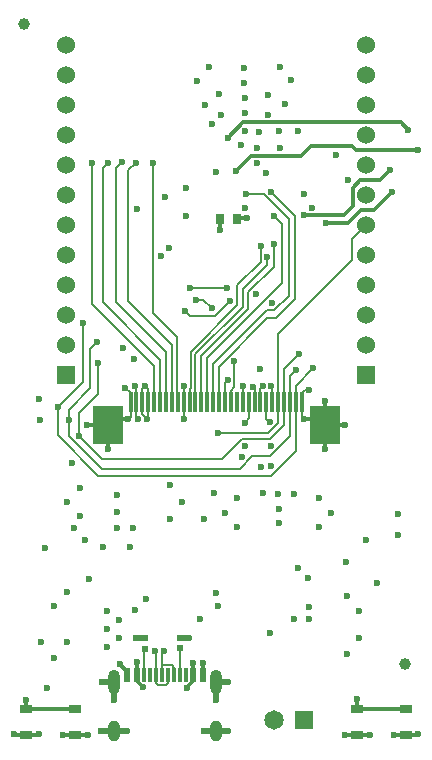
<source format=gbr>
%TF.GenerationSoftware,KiCad,Pcbnew,9.0.0*%
%TF.CreationDate,2025-04-24T13:45:02+03:00*%
%TF.ProjectId,ESP32_BOARD,45535033-325f-4424-9f41-52442e6b6963,1.0*%
%TF.SameCoordinates,Original*%
%TF.FileFunction,Copper,L4,Bot*%
%TF.FilePolarity,Positive*%
%FSLAX46Y46*%
G04 Gerber Fmt 4.6, Leading zero omitted, Abs format (unit mm)*
G04 Created by KiCad (PCBNEW 9.0.0) date 2025-04-24 13:45:02*
%MOMM*%
%LPD*%
G01*
G04 APERTURE LIST*
%TA.AperFunction,ComponentPad*%
%ADD10R,1.524000X1.524000*%
%TD*%
%TA.AperFunction,ComponentPad*%
%ADD11C,1.524000*%
%TD*%
%TA.AperFunction,SMDPad,CuDef*%
%ADD12C,1.000000*%
%TD*%
%TA.AperFunction,SMDPad,CuDef*%
%ADD13R,0.300000X1.800000*%
%TD*%
%TA.AperFunction,SMDPad,CuDef*%
%ADD14R,2.500000X3.200000*%
%TD*%
%TA.AperFunction,SMDPad,CuDef*%
%ADD15R,1.050000X0.650000*%
%TD*%
%TA.AperFunction,SMDPad,CuDef*%
%ADD16R,0.800000X0.900000*%
%TD*%
%TA.AperFunction,SMDPad,CuDef*%
%ADD17R,0.600000X0.560000*%
%TD*%
%TA.AperFunction,SMDPad,CuDef*%
%ADD18R,0.600000X1.150000*%
%TD*%
%TA.AperFunction,SMDPad,CuDef*%
%ADD19R,0.300000X1.150000*%
%TD*%
%TA.AperFunction,ComponentPad*%
%ADD20O,1.000000X2.100000*%
%TD*%
%TA.AperFunction,ComponentPad*%
%ADD21O,1.000000X1.800000*%
%TD*%
%TA.AperFunction,ComponentPad*%
%ADD22R,1.650000X1.650000*%
%TD*%
%TA.AperFunction,ComponentPad*%
%ADD23C,1.650000*%
%TD*%
%TA.AperFunction,ViaPad*%
%ADD24C,0.600000*%
%TD*%
%TA.AperFunction,Conductor*%
%ADD25C,0.300000*%
%TD*%
%TA.AperFunction,Conductor*%
%ADD26C,0.200000*%
%TD*%
%TA.AperFunction,Conductor*%
%ADD27C,0.500000*%
%TD*%
G04 APERTURE END LIST*
D10*
%TO.P,ST4,1,Pin_1*%
%TO.N,+3V3*%
X82719900Y-122610000D03*
D11*
%TO.P,ST4,2,Pin_2*%
%TO.N,GND*%
X82719900Y-120070000D03*
%TO.P,ST4,3,Pin_3*%
%TO.N,unconnected-(ST4-Pin_3-Pad3)*%
X82719900Y-117530000D03*
%TO.P,ST4,4,Pin_4*%
%TO.N,unconnected-(ST4-Pin_4-Pad4)*%
X82719900Y-114990000D03*
%TO.P,ST4,5,Pin_5*%
%TO.N,GPIO13*%
X82719900Y-112450000D03*
%TO.P,ST4,6,Pin_6*%
%TO.N,GPIO12*%
X82719900Y-109910000D03*
%TO.P,ST4,7,Pin_7*%
%TO.N,GPIO11*%
X82719900Y-107370000D03*
%TO.P,ST4,8,Pin_8*%
%TO.N,GPIO10*%
X82719900Y-104830000D03*
%TO.P,ST4,9,Pin_9*%
%TO.N,GPIO3*%
X82719900Y-102290000D03*
%TO.P,ST4,10,Pin_10*%
%TO.N,GPIO2*%
X82719900Y-99750000D03*
%TO.P,ST4,11,Pin_11*%
%TO.N,GPIO1*%
X82719900Y-97210000D03*
%TO.P,ST4,12,Pin_12*%
%TO.N,unconnected-(ST4-Pin_12-Pad12)*%
X82719900Y-94670000D03*
%TD*%
D10*
%TO.P,ST5,1,Pin_1*%
%TO.N,+3V3*%
X108119900Y-122610000D03*
D11*
%TO.P,ST5,2,Pin_2*%
%TO.N,GND*%
X108119900Y-120070000D03*
%TO.P,ST5,3,Pin_3*%
X108119900Y-117530000D03*
%TO.P,ST5,4,Pin_4*%
%TO.N,unconnected-(ST5-Pin_4-Pad4)*%
X108119900Y-114990000D03*
%TO.P,ST5,5,Pin_5*%
%TO.N,ESP_TP_INT*%
X108119900Y-112450000D03*
%TO.P,ST5,6,Pin_6*%
%TO.N,ESP_TP_RESET*%
X108119900Y-109910000D03*
%TO.P,ST5,7,Pin_7*%
%TO.N,I2C_SCL*%
X108119900Y-107370000D03*
%TO.P,ST5,8,Pin_8*%
%TO.N,I2C_SDA*%
X108119900Y-104830000D03*
%TO.P,ST5,9,Pin_9*%
%TO.N,U0RXD*%
X108119900Y-102290000D03*
%TO.P,ST5,10,Pin_10*%
%TO.N,U0TXD*%
X108119900Y-99750000D03*
%TO.P,ST5,11,Pin_11*%
%TO.N,GND*%
X108119900Y-97210000D03*
%TO.P,ST5,12,Pin_12*%
X108119900Y-94670000D03*
%TD*%
D12*
%TO.P,FID1,*%
%TO.N,*%
X79140000Y-92880000D03*
%TD*%
D13*
%TO.P,ST3,1,1*%
%TO.N,GND*%
X88150000Y-124950000D03*
%TO.P,ST3,2,2*%
%TO.N,+3V3*%
X88650000Y-124950000D03*
%TO.P,ST3,3,3*%
%TO.N,GND*%
X89150000Y-124950000D03*
%TO.P,ST3,4,4*%
X89650000Y-124950000D03*
%TO.P,ST3,5,5*%
%TO.N,ESP_LCD_RES*%
X90150000Y-124950000D03*
%TO.P,ST3,6,6*%
%TO.N,ESP_LCD_CS*%
X90650000Y-124950000D03*
%TO.P,ST3,7,7*%
%TO.N,ESP_LCD_D{slash}C*%
X91150000Y-124950000D03*
%TO.P,ST3,8,8*%
%TO.N,ESP_LCD_WR*%
X91650000Y-124950000D03*
%TO.P,ST3,9,9*%
%TO.N,ESP_LCD_RD*%
X92150000Y-124950000D03*
%TO.P,ST3,10,10*%
%TO.N,GND*%
X92650000Y-124950000D03*
%TO.P,ST3,11,11*%
%TO.N,ESP_LCD_D0*%
X93150000Y-124950000D03*
%TO.P,ST3,12,12*%
%TO.N,ESP_LCD_D1*%
X93650000Y-124950000D03*
%TO.P,ST3,13,13*%
%TO.N,ESP_LCD_D2*%
X94150000Y-124950000D03*
%TO.P,ST3,14,14*%
%TO.N,ESP_LCD_D3*%
X94650000Y-124950000D03*
%TO.P,ST3,15,15*%
%TO.N,ESP_LCD_D4*%
X95150000Y-124950000D03*
%TO.P,ST3,16,16*%
%TO.N,ESP_LCD_D5*%
X95650000Y-124950000D03*
%TO.P,ST3,17,17*%
%TO.N,ESP_LCD_D6*%
X96150000Y-124950000D03*
%TO.P,ST3,18,18*%
%TO.N,ESP_LCD_D7*%
X96650000Y-124950000D03*
%TO.P,ST3,19,19*%
%TO.N,unconnected-(ST3-Pad19)*%
X97150000Y-124950000D03*
%TO.P,ST3,20,20*%
%TO.N,+3V3*%
X97650000Y-124950000D03*
%TO.P,ST3,21,21*%
%TO.N,/Display Connector and Driver/LEDK1*%
X98150000Y-124950000D03*
%TO.P,ST3,22,22*%
%TO.N,/Display Connector and Driver/LEDK2*%
X98650000Y-124950000D03*
%TO.P,ST3,23,23*%
%TO.N,/Display Connector and Driver/LEDK3*%
X99150000Y-124950000D03*
%TO.P,ST3,24,24*%
%TO.N,/Display Connector and Driver/LEDK4*%
X99650000Y-124950000D03*
%TO.P,ST3,25,25*%
%TO.N,GND*%
X100150000Y-124950000D03*
%TO.P,ST3,26,26*%
%TO.N,ESP_TP_RESET*%
X100650000Y-124950000D03*
%TO.P,ST3,27,27*%
%TO.N,I2C_SCL*%
X101150000Y-124950000D03*
%TO.P,ST3,28,28*%
%TO.N,I2C_SDA*%
X101650000Y-124950000D03*
%TO.P,ST3,29,29*%
%TO.N,ESP_TP_INT*%
X102150000Y-124950000D03*
%TO.P,ST3,30,30*%
%TO.N,GND*%
X102650000Y-124950000D03*
D14*
%TO.P,ST3,31,31*%
X104600000Y-126850000D03*
%TO.P,ST3,32,32*%
X86200000Y-126850000D03*
%TD*%
D15*
%TO.P,SW2,1,1*%
%TO.N,GPIO0*%
X111475000Y-150925000D03*
X107325000Y-150925000D03*
%TO.P,SW2,2,2*%
%TO.N,GND*%
X111475000Y-153075000D03*
X107325000Y-153075000D03*
%TD*%
D12*
%TO.P,FID2,*%
%TO.N,*%
X111410000Y-147080000D03*
%TD*%
D15*
%TO.P,SW3,1,1*%
%TO.N,GND*%
X79325000Y-153075000D03*
X83475000Y-153075000D03*
%TO.P,SW3,2,2*%
%TO.N,BOOT*%
X79325000Y-150925000D03*
X83475000Y-150925000D03*
%TD*%
D16*
%TO.P,C23,1*%
%TO.N,+3V3*%
X97150000Y-109460000D03*
%TO.P,C23,2*%
%TO.N,GND*%
X95750000Y-109460000D03*
%TD*%
D17*
%TO.P,R17,1*%
%TO.N,/Input Connectors/CC2*%
X89340000Y-145795000D03*
%TO.P,R17,2*%
%TO.N,GND*%
X89340000Y-144925000D03*
%TD*%
%TO.P,R16,1*%
%TO.N,/Input Connectors/CC1*%
X92350000Y-145785000D03*
%TO.P,R16,2*%
%TO.N,GND*%
X92350000Y-144915000D03*
%TD*%
D18*
%TO.P,ST2,A1_B12,GND*%
%TO.N,GND*%
X94280000Y-148045000D03*
%TO.P,ST2,A4_B9,VBUS*%
%TO.N,+5V*%
X93480000Y-148045000D03*
D19*
%TO.P,ST2,A5,CC1*%
%TO.N,/Input Connectors/CC1*%
X92330000Y-148045000D03*
%TO.P,ST2,A6,DP1*%
%TO.N,ESP_USB_D+*%
X91330000Y-148045000D03*
%TO.P,ST2,A7,DN1*%
%TO.N,ESP_USB_D-*%
X90830000Y-148045000D03*
%TO.P,ST2,A8,SBU1*%
%TO.N,unconnected-(ST2-SBU1-PadA8)*%
X89830000Y-148045000D03*
D18*
%TO.P,ST2,B1_A12,GND*%
%TO.N,GND*%
X87880000Y-148045000D03*
%TO.P,ST2,B4_A9,VBUS*%
%TO.N,+5V*%
X88680000Y-148045000D03*
D19*
%TO.P,ST2,B5,CC2*%
%TO.N,/Input Connectors/CC2*%
X89330000Y-148045000D03*
%TO.P,ST2,B6,DP2*%
%TO.N,ESP_USB_D+*%
X90330000Y-148045000D03*
%TO.P,ST2,B7,DN2*%
%TO.N,ESP_USB_D-*%
X91830000Y-148045000D03*
%TO.P,ST2,B8,SBU2*%
%TO.N,unconnected-(ST2-SBU2-PadB8)*%
X92830000Y-148045000D03*
D20*
%TO.P,ST2,SH1,SHELL_GND*%
%TO.N,GND*%
X95400000Y-148620000D03*
%TO.P,ST2,SH2,SHELL_GND*%
X86760000Y-148620000D03*
D21*
%TO.P,ST2,SH3,SHELL_GND*%
X95400000Y-152800000D03*
%TO.P,ST2,SH4,SHELL_GND*%
X86760000Y-152800000D03*
%TD*%
D22*
%TO.P,ST1,1,1*%
%TO.N,+12V*%
X102820000Y-151820000D03*
D23*
%TO.P,ST1,2,2*%
%TO.N,GND*%
X100320000Y-151820000D03*
%TD*%
D24*
%TO.N,+3V3*%
X97780000Y-97910000D03*
X97880000Y-101990000D03*
X94359949Y-134812882D03*
X98860000Y-103420000D03*
X98850000Y-104670000D03*
X83190000Y-130060000D03*
X100690000Y-135170000D03*
X88100000Y-137200000D03*
X91058548Y-107542834D03*
X97830000Y-100420000D03*
X97650000Y-123610000D03*
X88570000Y-123590000D03*
X100770000Y-103440000D03*
X80930000Y-137280000D03*
X80413000Y-124650000D03*
X87000000Y-132800000D03*
X97510000Y-103170000D03*
X100650000Y-132710000D03*
X106420000Y-138470000D03*
X97770000Y-96640000D03*
X97840000Y-99150000D03*
X108095274Y-136632129D03*
X80520000Y-126440000D03*
X97990000Y-109330000D03*
X87000000Y-134200000D03*
X85800000Y-137200000D03*
X101970000Y-132680000D03*
X100680000Y-133970000D03*
X88400000Y-135600000D03*
X99350000Y-132660000D03*
X88740000Y-126350000D03*
X99170000Y-130430000D03*
X87000000Y-135600000D03*
X99630000Y-105520000D03*
X94002000Y-143300000D03*
%TO.N,+12V*%
X103300000Y-142300000D03*
X103300000Y-143300000D03*
X95400000Y-141100000D03*
X102000000Y-143300000D03*
%TO.N,BOOT*%
X79330000Y-150140000D03*
%TO.N,/Microcontroller/SPID*%
X92770000Y-117250000D03*
X96600000Y-116400000D03*
%TO.N,/Microcontroller/SPIWP*%
X93150000Y-115240000D03*
X96300000Y-115240000D03*
%TO.N,/Microcontroller/SPICS0*%
X95010000Y-116980000D03*
X93670000Y-116260000D03*
%TO.N,GND*%
X82739822Y-145203186D03*
X95660000Y-98840000D03*
X92520000Y-133420000D03*
X106460000Y-146250000D03*
X99954827Y-144463398D03*
X84530000Y-153080000D03*
X107490000Y-142600000D03*
X97570000Y-129600000D03*
X102800000Y-126320000D03*
X96170000Y-134280000D03*
X108980000Y-140230000D03*
X103261732Y-123930879D03*
X95841085Y-100642934D03*
X100110000Y-116530000D03*
X110450000Y-153080000D03*
X95026811Y-101367896D03*
X104585917Y-128890870D03*
X105576923Y-103978469D03*
X100070000Y-130350000D03*
X96437497Y-148622823D03*
X110770000Y-134430000D03*
X108390000Y-153080000D03*
X98810000Y-115760000D03*
X112520000Y-153070000D03*
X83895000Y-132210000D03*
X94396711Y-152805029D03*
X107530000Y-144900000D03*
X87970000Y-126360000D03*
X92650000Y-123590000D03*
X100080000Y-123610000D03*
X82430000Y-153080000D03*
X84300000Y-136580000D03*
X93774936Y-97703487D03*
X86761449Y-150183816D03*
X106286407Y-126842552D03*
X93080059Y-144917176D03*
X95595621Y-142224606D03*
X104600000Y-124850000D03*
X100800000Y-96530000D03*
X97850000Y-108510000D03*
X91450000Y-131980000D03*
X95250000Y-132610000D03*
X89480000Y-141560000D03*
X90760000Y-112590000D03*
X95408047Y-150169425D03*
X92880000Y-106830000D03*
X87810000Y-152800000D03*
X87550000Y-120350000D03*
X97800000Y-128630000D03*
X89410000Y-123550000D03*
X106470000Y-141340000D03*
X84482248Y-126850000D03*
X102287649Y-101978120D03*
X83350000Y-135600000D03*
X99810000Y-100610000D03*
X85746952Y-148623423D03*
X101240000Y-99720000D03*
X94450000Y-99740000D03*
X87700000Y-123730000D03*
X80550000Y-145220000D03*
X96380617Y-152800735D03*
X103190000Y-139800000D03*
X110770000Y-136220000D03*
X85670000Y-152800000D03*
X95350000Y-105460000D03*
X106290000Y-153080000D03*
X94751485Y-96518566D03*
X104080000Y-135520000D03*
X78270000Y-153070000D03*
X81110000Y-149140000D03*
X99130000Y-122170000D03*
X86203677Y-128864353D03*
X100750000Y-101970000D03*
X103510000Y-108460000D03*
X88550000Y-142570000D03*
X94280000Y-147050000D03*
X92880000Y-109170000D03*
X81710000Y-142190000D03*
X102300000Y-138950000D03*
X106550000Y-106100000D03*
X83895000Y-134615000D03*
X97190000Y-135500000D03*
X92650000Y-126330000D03*
X89540000Y-126330000D03*
X91440000Y-111870000D03*
X95750000Y-110330000D03*
X105150000Y-134290000D03*
X102810000Y-107300000D03*
X91450000Y-134830000D03*
X82790000Y-133390000D03*
X88660000Y-108620000D03*
X104100000Y-133050000D03*
X88590000Y-144930000D03*
X88420000Y-121270000D03*
X101770000Y-97700000D03*
X99760000Y-98950000D03*
X97200000Y-133080000D03*
X82740000Y-141010000D03*
X99040000Y-102100000D03*
X80370000Y-153070000D03*
X87250000Y-147120000D03*
X81660000Y-146600000D03*
X100080000Y-128620000D03*
%TO.N,+5V*%
X92890000Y-149100000D03*
X86150000Y-144150000D03*
X87150000Y-143400000D03*
X84630000Y-139880000D03*
X86150000Y-142650000D03*
X93480000Y-147050000D03*
X86150000Y-145650000D03*
X89237430Y-149070000D03*
X87150000Y-144900000D03*
X88700000Y-146900000D03*
%TO.N,RESET*%
X97040000Y-105350000D03*
X112490000Y-103620000D03*
%TO.N,ESP_LCD_D4*%
X97930493Y-107334146D03*
%TO.N,I2C_SDA*%
X82930000Y-126430000D03*
X85320000Y-119840000D03*
X102160000Y-122210000D03*
%TO.N,ESP_TP_RESET*%
X95560000Y-127560000D03*
%TO.N,ESP_LCD_D3*%
X100260000Y-109160000D03*
%TO.N,ESP_LCD_D0*%
X99160000Y-111740000D03*
%TO.N,ESP_LCD_D2*%
X100260000Y-111550000D03*
%TO.N,ESP_LCD_D1*%
X99710000Y-112630000D03*
%TO.N,I2C_SCL*%
X102410000Y-120850000D03*
X83800000Y-127760000D03*
X85360000Y-121650000D03*
%TO.N,ESP_LCD_D{slash}C*%
X87418173Y-104634684D03*
%TO.N,GPIO0*%
X107330000Y-150050000D03*
X96360000Y-102530000D03*
X111680000Y-101860000D03*
%TO.N,U0RXD*%
X110120000Y-105290000D03*
X102870000Y-109060000D03*
%TO.N,ESP_LCD_D7*%
X96950000Y-121490000D03*
%TO.N,ESP_LCD_RES*%
X84900000Y-104650000D03*
%TO.N,ESP_LCD_D5*%
X100070000Y-107180000D03*
%TO.N,ESP_LCD_WR*%
X88595000Y-104665000D03*
%TO.N,ESP_LCD_RD*%
X90080000Y-104700000D03*
%TO.N,ESP_LCD_CS*%
X86220000Y-104650000D03*
%TO.N,U0TXD*%
X110280000Y-107110000D03*
X104710000Y-109760000D03*
%TO.N,ESP_LCD_D6*%
X96360000Y-123090000D03*
%TO.N,ESP_TP_INT*%
X82000000Y-125380000D03*
X103640000Y-122040000D03*
X84150000Y-118200000D03*
%TO.N,/Display Connector and Driver/LEDK3*%
X99329997Y-123610000D03*
%TO.N,/Display Connector and Driver/LEDK4*%
X99920464Y-126635409D03*
%TO.N,/Display Connector and Driver/LEDK2*%
X98520000Y-123640000D03*
%TO.N,/Display Connector and Driver/LEDK1*%
X97800000Y-126660000D03*
%TO.N,ESP_USB_D+*%
X90220000Y-146000000D03*
%TO.N,ESP_USB_D-*%
X91000000Y-146000000D03*
%TD*%
D25*
%TO.N,+3V3*%
X97990000Y-109330000D02*
X97280000Y-109330000D01*
D26*
X97650000Y-124950000D02*
X97650000Y-123610000D01*
D25*
X97280000Y-109330000D02*
X97150000Y-109460000D01*
D26*
X88650000Y-124950000D02*
X88650000Y-123670000D01*
X88650000Y-124950000D02*
X88650000Y-126260000D01*
X88650000Y-126260000D02*
X88740000Y-126350000D01*
X88650000Y-123670000D02*
X88570000Y-123590000D01*
D25*
%TO.N,BOOT*%
X79325000Y-150925000D02*
X79325000Y-150145000D01*
X79325000Y-150145000D02*
X79330000Y-150140000D01*
X79325000Y-150925000D02*
X83475000Y-150925000D01*
D26*
%TO.N,/Microcontroller/SPID*%
X95330000Y-117670000D02*
X96600000Y-116400000D01*
X93190000Y-117670000D02*
X95330000Y-117670000D01*
X92770000Y-117250000D02*
X93190000Y-117670000D01*
%TO.N,/Microcontroller/SPIWP*%
X93150000Y-115240000D02*
X96300000Y-115240000D01*
%TO.N,/Microcontroller/SPICS0*%
X93670000Y-116260000D02*
X94290000Y-116260000D01*
X94290000Y-116260000D02*
X95010000Y-116980000D01*
D25*
%TO.N,GND*%
X102800000Y-126320000D02*
X104070000Y-126320000D01*
X84482248Y-126850000D02*
X86200000Y-126850000D01*
X86200000Y-126850000D02*
X86200000Y-128860676D01*
X104585917Y-128890870D02*
X104590000Y-128886787D01*
D26*
X88150000Y-124180000D02*
X87700000Y-123730000D01*
D25*
X87880000Y-147750000D02*
X87250000Y-147120000D01*
D27*
X95400000Y-150161378D02*
X95408047Y-150169425D01*
D25*
X107325000Y-153075000D02*
X108385000Y-153075000D01*
D27*
X86760000Y-150182367D02*
X86760000Y-148620000D01*
D26*
X89150000Y-124950000D02*
X89150000Y-123810000D01*
D25*
X104070000Y-126320000D02*
X104600000Y-126850000D01*
X94280000Y-147050000D02*
X94280000Y-148045000D01*
X104600000Y-124850000D02*
X104600000Y-126850000D01*
X87970000Y-126360000D02*
X86690000Y-126360000D01*
X107325000Y-153075000D02*
X106295000Y-153075000D01*
D26*
X100150000Y-124950000D02*
X100150000Y-123680000D01*
D27*
X88595000Y-144925000D02*
X88590000Y-144930000D01*
D25*
X79325000Y-153075000D02*
X78275000Y-153075000D01*
D27*
X95400000Y-148620000D02*
X96434674Y-148620000D01*
D26*
X89150000Y-124950000D02*
X89150000Y-125940000D01*
D25*
X110450000Y-153080000D02*
X111470000Y-153080000D01*
X106278959Y-126850000D02*
X104600000Y-126850000D01*
D26*
X88150000Y-124950000D02*
X88150000Y-126180000D01*
D27*
X95400000Y-152800000D02*
X96379882Y-152800000D01*
X94401740Y-152800000D02*
X94396711Y-152805029D01*
D26*
X89150000Y-123810000D02*
X89410000Y-123550000D01*
D25*
X111470000Y-153080000D02*
X111475000Y-153075000D01*
X79325000Y-153075000D02*
X80365000Y-153075000D01*
X86690000Y-126360000D02*
X86200000Y-126850000D01*
D26*
X89650000Y-124950000D02*
X89650000Y-126220000D01*
X88150000Y-126180000D02*
X87970000Y-126360000D01*
D27*
X93077883Y-144915000D02*
X93080059Y-144917176D01*
D25*
X108385000Y-153075000D02*
X108390000Y-153080000D01*
X84525000Y-153075000D02*
X84530000Y-153080000D01*
X112515000Y-153075000D02*
X112520000Y-153070000D01*
D26*
X102650000Y-124180000D02*
X102650000Y-124950000D01*
X92650000Y-123590000D02*
X92650000Y-124950000D01*
D27*
X95400000Y-148620000D02*
X95400000Y-150161378D01*
D25*
X104590000Y-128886787D02*
X104590000Y-126860000D01*
X106295000Y-153075000D02*
X106290000Y-153080000D01*
X104590000Y-126860000D02*
X104600000Y-126850000D01*
X111475000Y-153075000D02*
X112515000Y-153075000D01*
D26*
X89650000Y-123790000D02*
X89410000Y-123550000D01*
D25*
X95750000Y-109460000D02*
X95750000Y-110330000D01*
X83475000Y-153075000D02*
X82435000Y-153075000D01*
X87880000Y-148045000D02*
X87880000Y-147750000D01*
D27*
X92350000Y-144915000D02*
X93077883Y-144915000D01*
D26*
X102900000Y-123930000D02*
X102650000Y-124180000D01*
X89150000Y-125940000D02*
X89540000Y-126330000D01*
X89650000Y-126220000D02*
X89540000Y-126330000D01*
D27*
X86760000Y-148620000D02*
X85750375Y-148620000D01*
D26*
X100150000Y-123680000D02*
X100080000Y-123610000D01*
D27*
X86760000Y-152800000D02*
X87810000Y-152800000D01*
X96379882Y-152800000D02*
X96380617Y-152800735D01*
D26*
X103261732Y-123930879D02*
X103260853Y-123930000D01*
X102650000Y-124950000D02*
X102650000Y-126170000D01*
D25*
X106286407Y-126842552D02*
X106278959Y-126850000D01*
D27*
X86761449Y-150183816D02*
X86760000Y-150182367D01*
D25*
X83475000Y-153075000D02*
X84525000Y-153075000D01*
D26*
X103260853Y-123930000D02*
X102900000Y-123930000D01*
X88150000Y-124950000D02*
X88150000Y-124180000D01*
D27*
X85750375Y-148620000D02*
X85746952Y-148623423D01*
D26*
X92650000Y-126330000D02*
X92650000Y-124950000D01*
D25*
X78275000Y-153075000D02*
X78270000Y-153070000D01*
X86200000Y-128860676D02*
X86203677Y-128864353D01*
D27*
X86760000Y-152800000D02*
X85670000Y-152800000D01*
D25*
X82435000Y-153075000D02*
X82430000Y-153080000D01*
D27*
X89340000Y-144925000D02*
X88595000Y-144925000D01*
D25*
X80365000Y-153075000D02*
X80370000Y-153070000D01*
D27*
X96434674Y-148620000D02*
X96437497Y-148622823D01*
D26*
X102650000Y-126170000D02*
X102800000Y-126320000D01*
X89650000Y-124950000D02*
X89650000Y-123790000D01*
D27*
X95400000Y-152800000D02*
X94401740Y-152800000D01*
D25*
%TO.N,+5V*%
X88680000Y-148512570D02*
X88680000Y-148045000D01*
X92890000Y-149100000D02*
X93072492Y-148917508D01*
X89237430Y-149070000D02*
X88680000Y-148512570D01*
X88680000Y-146920000D02*
X88700000Y-146900000D01*
X93480000Y-148512570D02*
X93480000Y-148045000D01*
X93480000Y-148045000D02*
X93480000Y-147050000D01*
X93075062Y-148917508D02*
X93480000Y-148512570D01*
X93072492Y-148917508D02*
X93075062Y-148917508D01*
X88680000Y-148045000D02*
X88680000Y-146920000D01*
%TO.N,RESET*%
X103410000Y-103250000D02*
X106930000Y-103250000D01*
X98320000Y-104070000D02*
X102590000Y-104070000D01*
X106930000Y-103250000D02*
X107280000Y-103600000D01*
X112470000Y-103600000D02*
X112490000Y-103620000D01*
X97040000Y-105350000D02*
X98320000Y-104070000D01*
X107280000Y-103600000D02*
X112470000Y-103600000D01*
X102590000Y-104070000D02*
X103410000Y-103250000D01*
D26*
%TO.N,ESP_LCD_D4*%
X99414146Y-107334146D02*
X101530000Y-109450000D01*
X97930493Y-107334146D02*
X99414146Y-107334146D01*
X99690000Y-117160000D02*
X95150000Y-121700000D01*
X100330000Y-117160000D02*
X99690000Y-117160000D01*
X95150000Y-121700000D02*
X95150000Y-124950000D01*
X101530000Y-115960000D02*
X100330000Y-117160000D01*
X101530000Y-109450000D02*
X101530000Y-115960000D01*
%TO.N,I2C_SDA*%
X102160000Y-122210000D02*
X102150000Y-122210000D01*
X82930000Y-127790000D02*
X85700000Y-130560000D01*
X97389232Y-130560000D02*
X98459232Y-129490000D01*
X101650000Y-127829232D02*
X101650000Y-124950000D01*
X98459232Y-129490000D02*
X99989232Y-129490000D01*
X84750000Y-120410000D02*
X84750000Y-123750000D01*
X101650000Y-122710000D02*
X101650000Y-124950000D01*
X99989232Y-129490000D02*
X101650000Y-127829232D01*
X85700000Y-130560000D02*
X97389232Y-130560000D01*
X84750000Y-123750000D02*
X82930000Y-125570000D01*
X82930000Y-125570000D02*
X82930000Y-126430000D01*
X102150000Y-122210000D02*
X101650000Y-122710000D01*
X85320000Y-119840000D02*
X84750000Y-120410000D01*
X82930000Y-126430000D02*
X82930000Y-127790000D01*
%TO.N,ESP_TP_RESET*%
X100650000Y-126685105D02*
X100650000Y-124950000D01*
X100650000Y-119200000D02*
X106910000Y-112940000D01*
X99775105Y-127560000D02*
X100650000Y-126685105D01*
X100650000Y-124950000D02*
X100650000Y-119200000D01*
X106910000Y-112940000D02*
X106910000Y-111119900D01*
X106910000Y-111119900D02*
X108119900Y-109910000D01*
X95560000Y-127560000D02*
X99775105Y-127560000D01*
%TO.N,ESP_LCD_D3*%
X94650000Y-124950000D02*
X94650000Y-121180000D01*
X94650000Y-121180000D02*
X100980000Y-114850000D01*
X100980000Y-114850000D02*
X100980000Y-109880000D01*
X100980000Y-109880000D02*
X100260000Y-109160000D01*
%TO.N,ESP_LCD_D0*%
X99160000Y-113070000D02*
X99160000Y-111740000D01*
X97200000Y-116690000D02*
X97200000Y-115030000D01*
X93150000Y-123840000D02*
X93240000Y-123750000D01*
X93240000Y-120650000D02*
X97200000Y-116690000D01*
X93150000Y-124950000D02*
X93150000Y-123840000D01*
X97200000Y-115030000D02*
X99160000Y-113070000D01*
X93240000Y-123750000D02*
X93240000Y-120650000D01*
%TO.N,ESP_LCD_D2*%
X100260000Y-111550000D02*
X100260000Y-113490000D01*
X98100000Y-117070000D02*
X94150000Y-121020000D01*
X94150000Y-121020000D02*
X94150000Y-124950000D01*
X100260000Y-113490000D02*
X98100000Y-115650000D01*
X98100000Y-115650000D02*
X98100000Y-117070000D01*
%TO.N,ESP_LCD_D1*%
X99710000Y-113290000D02*
X99710000Y-112630000D01*
X93650000Y-124950000D02*
X93650000Y-120890000D01*
X93650000Y-120890000D02*
X97660000Y-116880000D01*
X97660000Y-116880000D02*
X97660000Y-115340000D01*
X97660000Y-115340000D02*
X99710000Y-113290000D01*
%TO.N,I2C_SCL*%
X83790000Y-125820000D02*
X83790000Y-127750000D01*
X85360000Y-124250000D02*
X83790000Y-125820000D01*
X85360000Y-121650000D02*
X85360000Y-124250000D01*
X85770000Y-129780000D02*
X95870768Y-129780000D01*
X101150000Y-126890000D02*
X101150000Y-124950000D01*
X83790000Y-127800000D02*
X85770000Y-129780000D01*
X83790000Y-127770000D02*
X83800000Y-127760000D01*
X83790000Y-127750000D02*
X83800000Y-127760000D01*
X83790000Y-127800000D02*
X83790000Y-127770000D01*
X95870768Y-129780000D02*
X97610768Y-128040000D01*
X100000000Y-128040000D02*
X101150000Y-126890000D01*
X101140000Y-124940000D02*
X101150000Y-124950000D01*
X102410000Y-120850000D02*
X101140000Y-122120000D01*
X97610768Y-128040000D02*
X100000000Y-128040000D01*
X101140000Y-122120000D02*
X101140000Y-124940000D01*
%TO.N,ESP_LCD_D{slash}C*%
X91150000Y-120700000D02*
X91150000Y-124950000D01*
X86940000Y-116490000D02*
X91150000Y-120700000D01*
X87418173Y-104641827D02*
X86940000Y-105120000D01*
X87418173Y-104634684D02*
X87418173Y-104641827D01*
X86940000Y-105120000D02*
X86940000Y-116490000D01*
D25*
%TO.N,GPIO0*%
X97650000Y-101240000D02*
X96360000Y-102530000D01*
X111680000Y-101860000D02*
X111060000Y-101240000D01*
X107325000Y-150055000D02*
X107330000Y-150050000D01*
X111475000Y-150925000D02*
X107325000Y-150925000D01*
X107325000Y-150925000D02*
X107325000Y-150055000D01*
X111060000Y-101240000D02*
X97650000Y-101240000D01*
%TO.N,U0RXD*%
X103211000Y-109061000D02*
X106199000Y-109061000D01*
X106199000Y-109061000D02*
X106960000Y-108300000D01*
X106960000Y-108300000D02*
X106960000Y-106790000D01*
X107620000Y-106130000D02*
X109280000Y-106130000D01*
X109280000Y-106130000D02*
X110120000Y-105290000D01*
X103210000Y-109060000D02*
X103211000Y-109061000D01*
X102870000Y-109060000D02*
X103210000Y-109060000D01*
X106960000Y-106790000D02*
X107620000Y-106130000D01*
D26*
%TO.N,ESP_LCD_D7*%
X96950000Y-123650000D02*
X96950000Y-121490000D01*
X96650000Y-124950000D02*
X96650000Y-123950000D01*
X96650000Y-123950000D02*
X96950000Y-123650000D01*
%TO.N,ESP_LCD_RES*%
X84900000Y-116590000D02*
X90150000Y-121840000D01*
X90150000Y-121840000D02*
X90150000Y-124950000D01*
X84900000Y-104650000D02*
X84900000Y-116590000D01*
%TO.N,ESP_LCD_D5*%
X102080000Y-116200000D02*
X100440000Y-117840000D01*
X100070000Y-107180000D02*
X102080000Y-109190000D01*
X102080000Y-109190000D02*
X102080000Y-116200000D01*
X100440000Y-117840000D02*
X99740000Y-117840000D01*
X95650000Y-121930000D02*
X95650000Y-124950000D01*
X99740000Y-117840000D02*
X95650000Y-121930000D01*
%TO.N,ESP_LCD_WR*%
X88595000Y-104665000D02*
X87960000Y-105300000D01*
X91650000Y-120100000D02*
X91650000Y-124950000D01*
X87960000Y-105300000D02*
X87960000Y-116410000D01*
X87960000Y-116410000D02*
X91650000Y-120100000D01*
%TO.N,ESP_LCD_RD*%
X90080000Y-117400000D02*
X92099000Y-119419000D01*
X92099000Y-119419000D02*
X92099000Y-124899000D01*
X92099000Y-124899000D02*
X92150000Y-124950000D01*
X90080000Y-104700000D02*
X90080000Y-117400000D01*
%TO.N,ESP_LCD_CS*%
X85780000Y-105090000D02*
X86220000Y-104650000D01*
X90650000Y-124950000D02*
X90650000Y-121340000D01*
X85780000Y-116470000D02*
X85780000Y-105090000D01*
X90650000Y-121340000D02*
X85780000Y-116470000D01*
D25*
%TO.N,U0TXD*%
X106570000Y-109760000D02*
X107670000Y-108660000D01*
X104710000Y-109760000D02*
X106570000Y-109760000D01*
X108730000Y-108660000D02*
X110280000Y-107110000D01*
X107670000Y-108660000D02*
X108730000Y-108660000D01*
D26*
%TO.N,ESP_LCD_D6*%
X96360000Y-123090000D02*
X96150000Y-123300000D01*
X96150000Y-123300000D02*
X96150000Y-124950000D01*
%TO.N,ESP_TP_INT*%
X100030000Y-131170000D02*
X102150000Y-129050000D01*
X103640000Y-122040000D02*
X102150000Y-123530000D01*
X102150000Y-129050000D02*
X102150000Y-124950000D01*
X85420000Y-131170000D02*
X100030000Y-131170000D01*
X84150000Y-123230000D02*
X84150000Y-118200000D01*
X82000000Y-125380000D02*
X82000000Y-127750000D01*
X82000000Y-125380000D02*
X84150000Y-123230000D01*
X82000000Y-127750000D02*
X85420000Y-131170000D01*
X102150000Y-123530000D02*
X102150000Y-124950000D01*
%TO.N,/Input Connectors/CC1*%
X92330000Y-148045000D02*
X92330000Y-145805000D01*
X92330000Y-145805000D02*
X92350000Y-145785000D01*
%TO.N,/Input Connectors/CC2*%
X89330000Y-145805000D02*
X89340000Y-145795000D01*
X89330000Y-148045000D02*
X89330000Y-145805000D01*
%TO.N,/Display Connector and Driver/LEDK3*%
X99150000Y-123789997D02*
X99150000Y-124950000D01*
X99329997Y-123610000D02*
X99150000Y-123789997D01*
%TO.N,/Display Connector and Driver/LEDK4*%
X99650000Y-126364945D02*
X99650000Y-124950000D01*
X99920464Y-126635409D02*
X99650000Y-126364945D01*
%TO.N,/Display Connector and Driver/LEDK2*%
X98520000Y-123640000D02*
X98650000Y-123770000D01*
X98650000Y-123770000D02*
X98650000Y-124950000D01*
%TO.N,/Display Connector and Driver/LEDK1*%
X97800000Y-126660000D02*
X98150000Y-126310000D01*
X98150000Y-126310000D02*
X98150000Y-124950000D01*
%TO.N,ESP_USB_D+*%
X91160000Y-148870000D02*
X91330000Y-148700000D01*
X90330000Y-148045000D02*
X90330000Y-148700000D01*
X90330000Y-148700000D02*
X90500000Y-148870000D01*
X90500000Y-148870000D02*
X91160000Y-148870000D01*
X91330000Y-148700000D02*
X91330000Y-148045000D01*
X90330000Y-146093869D02*
X90330000Y-148045000D01*
X90220000Y-145983869D02*
X90330000Y-146093869D01*
%TO.N,ESP_USB_D-*%
X91000000Y-146010000D02*
X90830000Y-146180000D01*
X90830000Y-148045000D02*
X90830000Y-147210000D01*
X91830000Y-147418000D02*
X91830000Y-148045000D01*
X91622000Y-147210000D02*
X91830000Y-147418000D01*
X90830000Y-147210000D02*
X91622000Y-147210000D01*
X90830000Y-146180000D02*
X90830000Y-148045000D01*
%TD*%
M02*

</source>
